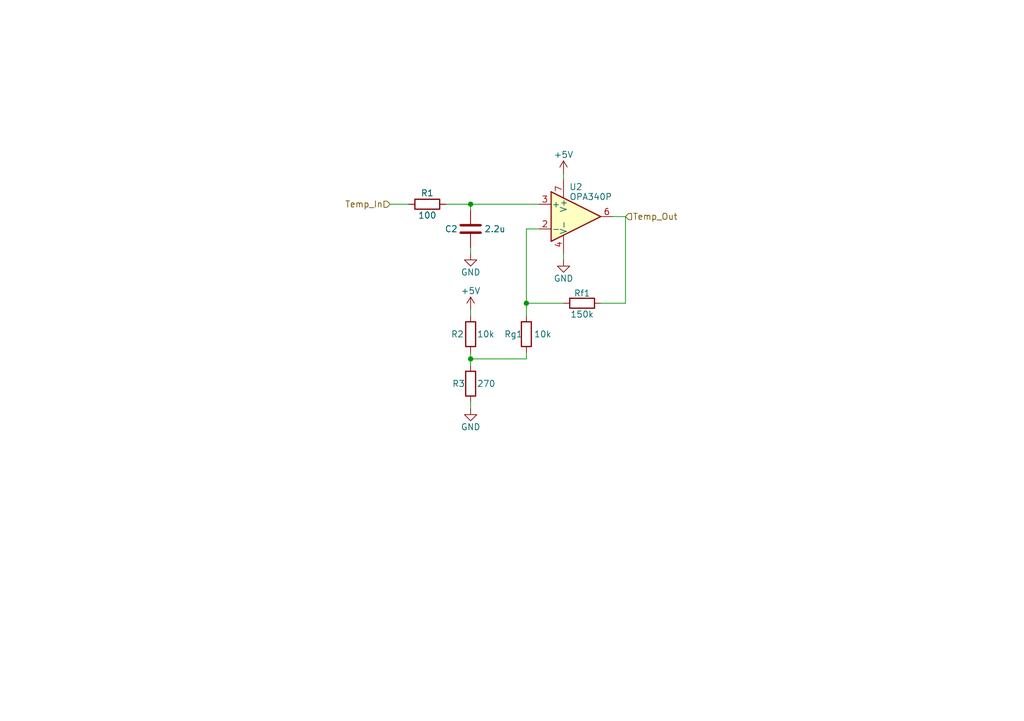
<source format=kicad_sch>
(kicad_sch (version 20231120) (generator "eeschema") (generator_version "8.0")
  (paper "A5")
  (lib_symbols
    (symbol "Amplifier_Operational:OPA340P" (pin_names (offset 0.127))
      (property "Reference" "U" (at 0 6.35 0))
      (property "Value" "OPA340P" (at 0 3.81 0))
      (symbol "OPA340P_0_1"
        (polyline (pts (xy -5.08 5.08) (xy 5.08 0) (xy -5.08 -5.08) (xy -5.08 5.08)) (stroke (width 0.254)) (fill (type background)))
      )
      (symbol "OPA340P_1_1"
        (pin no_connect line (at -5.08 -2.54 90) (length 2.54) hide (name "NC") (number "1"))
        (pin input line (at -7.62 -2.54 0) (length 2.54) (name "-") (number "2"))
        (pin input line (at -7.62 2.54 0) (length 2.54) (name "+") (number "3"))
        (pin power_in line (at -2.54 -7.62 90) (length 3.81) (name "V-") (number "4"))
        (pin no_connect line (at -2.54 -2.54 90) (length 2.54) hide (name "NC") (number "5"))
        (pin output line (at 7.62 0 180) (length 2.54) (name "~") (number "6"))
        (pin power_in line (at -2.54 7.62 270) (length 3.81) (name "V+") (number "7"))
        (pin no_connect line (at 0 -2.54 90) (length 2.54) hide (name "NC") (number "8"))
      )
    )
    (symbol "Device:C" (pin_numbers hide) (pin_names (offset 0.254))
      (property "Reference" "C" (at 0.635 2.54 0))
      (property "Value" "C" (at 0.635 -2.54 0))
      (symbol "C_0_1"
        (polyline (pts (xy -2.032 -0.762) (xy 2.032 -0.762)) (stroke (width 0.508)))
        (polyline (pts (xy -2.032 0.762) (xy 2.032 0.762)) (stroke (width 0.508)))
      )
      (symbol "C_1_1"
        (pin passive line (at 0 3.81 270) (length 2.794) (name "~") (number "1"))
        (pin passive line (at 0 -3.81 90) (length 2.794) (name "~") (number "2"))
      )
    )
    (symbol "Device:R" (pin_numbers hide) (pin_names (offset 0))
      (property "Reference" "R" (at 2.032 0 90))
      (property "Value" "R" (at 0 0 90))
      (symbol "R_0_1"
        (rectangle (start -1.016 -2.54) (end 1.016 2.54) (stroke (width 0.254)))
      )
      (symbol "R_1_1"
        (pin passive line (at 0 3.81 270) (length 1.27) (name "~") (number "1"))
        (pin passive line (at 0 -3.81 90) (length 1.27) (name "~") (number "2"))
      )
    )
    (symbol "power:+5V" (power) (pin_numbers hide) (pin_names (offset 0) hide)
      (property "Value" "+5V" (at 0 3.556 0))
      (symbol "+5V_0_1"
        (polyline (pts (xy -0.762 1.27) (xy 0 2.54)))
        (polyline (pts (xy 0 0) (xy 0 2.54)))
        (polyline (pts (xy 0 2.54) (xy 0.762 1.27)))
      )
      (symbol "+5V_1_1"
        (pin power_in line (at 0 0 90) (length 0) (name "~") (number "1"))
      )
    )
    (symbol "power:GND" (power) (pin_numbers hide) (pin_names (offset 0) hide)
      (property "Value" "GND" (at 0 -3.81 0))
      (symbol "GND_0_1"
        (polyline (pts (xy 0 0) (xy 0 -1.27) (xy 1.27 -1.27) (xy 0 -2.54) (xy -1.27 -1.27) (xy 0 -1.27)))
      )
      (symbol "GND_1_1"
        (pin power_in line (at 0 0 270) (length 0) (name "~") (number "1"))
      )
    )
  )
  (junction (at 96.52 41.91))
  (junction (at 96.52 73.66))
  (junction (at 107.95 62.23))
  (wire (pts (xy 110.49 46.99) (xy 107.95 46.99)))
  (wire (pts (xy 96.52 50.8) (xy 96.52 52.07)))
  (wire (pts (xy 115.57 52.07) (xy 115.57 53.34)))
  (wire (pts (xy 107.95 64.77) (xy 107.95 62.23)))
  (wire (pts (xy 96.52 73.66) (xy 107.95 73.66)))
  (wire (pts (xy 96.52 73.66) (xy 96.52 74.93)))
  (wire (pts (xy 96.52 72.39) (xy 96.52 73.66)))
  (wire (pts (xy 96.52 82.55) (xy 96.52 83.82)))
  (wire (pts (xy 107.95 72.39) (xy 107.95 73.66)))
  (wire (pts (xy 128.27 44.45) (xy 128.27 62.23)))
  (wire (pts (xy 96.52 41.91) (xy 96.52 43.18)))
  (wire (pts (xy 115.57 35.56) (xy 115.57 36.83)))
  (wire (pts (xy 91.44 41.91) (xy 96.52 41.91)))
  (wire (pts (xy 107.95 62.23) (xy 115.57 62.23)))
  (wire (pts (xy 128.27 44.45) (xy 125.73 44.45)))
  (wire (pts (xy 107.95 46.99) (xy 107.95 62.23)))
  (wire (pts (xy 123.19 62.23) (xy 128.27 62.23)))
  (wire (pts (xy 96.52 63.5) (xy 96.52 64.77)))
  (wire (pts (xy 96.52 41.91) (xy 110.49 41.91)))
  (wire (pts (xy 80.01 41.91) (xy 83.82 41.91)))
  (hierarchical_label "Temp_In" (shape input) (at 80.01 41.91 180))
  (hierarchical_label "Temp_Out" (shape input) (at 128.27 44.45 0))
  (symbol (lib_id "power:+5V") (at 115.57 35.56 0) (unit 1)
    (property "Reference" "#PWR014" (effects (hide yes)))
    (property "Value" "+5V" (at 115.57 31.75 0))
    (property "Description" "Power symbol creates a global label with name \"+5V\"" (effects (hide yes)))
  )
  (symbol (lib_id "power:GND") (at 96.52 83.82 0) (unit 1)
    (property "Reference" "#PWR013" (effects (hide yes)))
    (property "Value" "GND" (at 96.52 87.63 0))
    (property "Description" "Power symbol creates a global label with name \"GND\" , ground" (effects (hide yes)))
  )
  (symbol (lib_id "Device:R") (at 96.52 78.74 0) (unit 1)
    (property "Reference" "R3" (at 92.71 78.74 0) (effects (justify left)))
    (property "Value" "270" (at 97.79 78.74 0) (effects (justify left)))
    (property "Footprint" "Resistor_THT:R_Axial_DIN0207_L6.3mm_D2.5mm_P10.16mm_Horizontal" (effects (hide yes)))
    (property "Description" "Resistor" (effects (hide yes)))
  )
  (symbol (lib_id "Device:C") (at 96.52 46.99 0) (unit 1)
    (property "Reference" "C2" (at 91.186 46.99 0) (effects (justify left)))
    (property "Value" "2.2u" (at 99.314 46.99 0) (effects (justify left)))
    (property "Footprint" "Capacitor_THT:CP_Radial_D5.0mm_P2.00mm" (effects (hide yes)))
    (property "Description" "Unpolarized capacitor" (effects (hide yes)))
  )
  (symbol (lib_id "power:GND") (at 115.57 53.34 0) (unit 1)
    (property "Reference" "#PWR015" (effects (hide yes)))
    (property "Value" "GND" (at 115.57 57.15 0))
    (property "Description" "Power symbol creates a global label with name \"GND\" , ground" (effects (hide yes)))
  )
  (symbol (lib_id "Device:R") (at 119.38 62.23 90) (unit 1)
    (property "Reference" "Rf1" (at 119.38 60.198 90))
    (property "Value" "150k" (at 119.38 64.516 90))
    (property "Footprint" "Resistor_THT:R_Axial_DIN0207_L6.3mm_D2.5mm_P10.16mm_Horizontal" (effects (hide yes)))
    (property "Description" "Resistor" (effects (hide yes)))
  )
  (symbol (lib_id "power:+5V") (at 96.52 63.5 0) (unit 1)
    (property "Reference" "#PWR012" (effects (hide yes)))
    (property "Value" "+5V" (at 96.52 59.69 0))
    (property "Description" "Power symbol creates a global label with name \"+5V\"" (effects (hide yes)))
  )
  (symbol (lib_id "Device:R") (at 96.52 68.58 0) (unit 1)
    (property "Reference" "R2" (at 92.456 68.58 0) (effects (justify left)))
    (property "Value" "10k" (at 97.79 68.58 0) (effects (justify left)))
    (property "Footprint" "Resistor_THT:R_Axial_DIN0207_L6.3mm_D2.5mm_P10.16mm_Horizontal" (effects (hide yes)))
    (property "Description" "Resistor" (effects (hide yes)))
  )
  (symbol (lib_id "power:GND") (at 96.52 52.07 0) (unit 1)
    (property "Reference" "#PWR011" (effects (hide yes)))
    (property "Value" "GND" (at 96.52 55.88 0))
    (property "Description" "Power symbol creates a global label with name \"GND\" , ground" (effects (hide yes)))
  )
  (symbol (lib_id "Device:R") (at 87.63 41.91 90) (unit 1)
    (property "Reference" "R1" (at 87.63 39.624 90))
    (property "Value" "100" (at 87.63 44.196 90))
    (property "Footprint" "Resistor_THT:R_Axial_DIN0207_L6.3mm_D2.5mm_P10.16mm_Horizontal" (effects (hide yes)))
    (property "Description" "Resistor" (effects (hide yes)))
  )
  (symbol (lib_id "Device:R") (at 107.95 68.58 0) (unit 1)
    (property "Reference" "Rg1" (at 103.378 68.58 0) (effects (justify left)))
    (property "Value" "10k" (at 109.474 68.58 0) (effects (justify left)))
    (property "Footprint" "Resistor_THT:R_Axial_DIN0207_L6.3mm_D2.5mm_P10.16mm_Horizontal" (effects (hide yes)))
    (property "Description" "Resistor" (effects (hide yes)))
  )
  (symbol (lib_id "Amplifier_Operational:OPA340P") (at 118.11 44.45 0) (unit 1)
    (property "Reference" "U2" (at 118.11 38.354 0))
    (property "Value" "OPA340P" (at 121.158 40.386 0))
    (property "Footprint" "Package_DIP:DIP-8_W7.62mm" (effects (hide yes)))
    (property "Datasheet" "http://www.ti.com/lit/ds/symlink/opa340.pdf" (effects (hide yes)))
    (property "Description" "Single Single-Supply, Rail-to-Rail Operational Amplifier, MicroAmplifier Series, DIP-8" (effects (hide yes)))
  )
)
</source>
